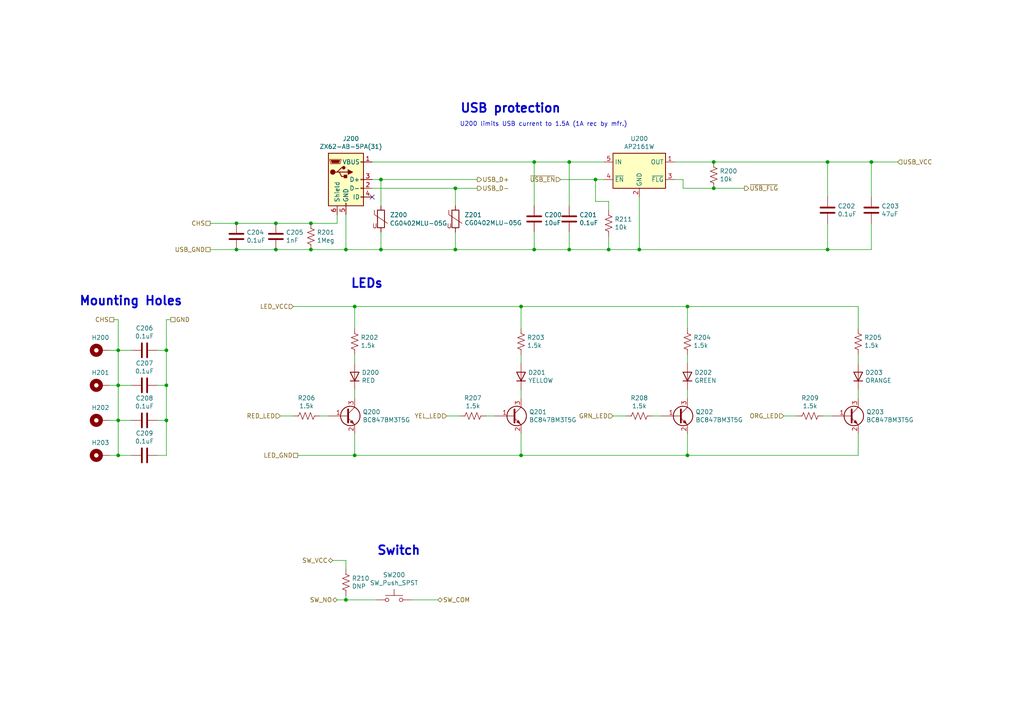
<source format=kicad_sch>
(kicad_sch (version 20211123) (generator eeschema)
  (paper "A4")
  (lib_symbols
    (symbol "mainboard-rescue:AP2161W-Power_Management-mainboard-rescue"
      (property "Reference" "U" (at -7.62 -6.35 0))
      (property "Value" "AP2161W-Power_Management-mainboard-rescue" (at -7.62 6.35 0))
      (symbol "AP2161W-Power_Management-mainboard-rescue_0_1"
        (rectangle (start -7.62 5.08) (end 7.62 -5.08) (stroke (width 0.254)) (fill (type background)))
      )
      (symbol "AP2161W-Power_Management-mainboard-rescue_1_1"
        (pin power_out line (at 10.16 2.54 180) (length 2.54) (name "OUT") (number "1"))
        (pin power_in line (at 0 -7.62 90) (length 2.54) (name "GND") (number "2"))
        (pin open_collector line (at 10.16 -2.54 180) (length 2.54) (name "~{FLG}") (number "3"))
        (pin input line (at -10.16 -2.54 0) (length 2.54) (name "~{EN}") (number "4"))
        (pin power_in line (at -10.16 2.54 0) (length 2.54) (name "IN") (number "5"))
      )
    )
    (symbol "mainboard-rescue:C-Device-mainboard-rescue" (pin_numbers hide) (pin_names (offset 0.254))
      (property "Reference" "C" (at 0.635 2.54 0))
      (property "Value" "C-Device-mainboard-rescue" (at 0.635 -2.54 0))
      (symbol "C-Device-mainboard-rescue_0_1"
        (polyline (pts (xy -2.032 -0.762) (xy 2.032 -0.762)) (stroke (width 0.508)))
        (polyline (pts (xy -2.032 0.762) (xy 2.032 0.762)) (stroke (width 0.508)))
      )
      (symbol "C-Device-mainboard-rescue_1_1"
        (pin passive line (at 0 3.81 270) (length 2.794) (name "~") (number "1"))
        (pin passive line (at 0 -3.81 90) (length 2.794) (name "~") (number "2"))
      )
    )
    (symbol "mainboard-rescue:D-Device-mainboard-rescue" (pin_numbers hide) (pin_names (offset 1.016) hide)
      (property "Reference" "D" (at 0 2.54 0))
      (property "Value" "D-Device-mainboard-rescue" (at 0 -2.54 0))
      (symbol "D-Device-mainboard-rescue_0_1"
        (polyline (pts (xy -1.27 1.27) (xy -1.27 -1.27)) (stroke (width 0.254)))
        (polyline (pts (xy 1.27 0) (xy -1.27 0)))
        (polyline (pts (xy 1.27 1.27) (xy 1.27 -1.27) (xy -1.27 0) (xy 1.27 1.27)) (stroke (width 0.254)))
      )
      (symbol "D-Device-mainboard-rescue_1_1"
        (pin passive line (at -3.81 0 0) (length 2.54) (name "K") (number "1"))
        (pin passive line (at 3.81 0 180) (length 2.54) (name "A") (number "2"))
      )
    )
    (symbol "mainboard-rescue:MountingHole_Pad-Mechanical-mainboard-rescue" (pin_numbers hide) (pin_names (offset 1.016) hide)
      (property "Reference" "H" (at 0 6.35 0))
      (property "Value" "MountingHole_Pad-Mechanical-mainboard-rescue" (at 0 4.445 0))
      (symbol "MountingHole_Pad-Mechanical-mainboard-rescue_0_1"
        (circle (center 0 1.27) (radius 1.27) (stroke (width 1.27)))
      )
      (symbol "MountingHole_Pad-Mechanical-mainboard-rescue_1_1"
        (pin input line (at 0 -2.54 90) (length 2.54) (name "1") (number "1"))
      )
    )
    (symbol "mainboard-rescue:Q_NPN_BEC-Device-mainboard-rescue" (pin_names (offset 0) hide)
      (property "Reference" "Q" (at 5.08 1.27 0))
      (property "Value" "Q_NPN_BEC-Device-mainboard-rescue" (at 5.08 -1.27 0))
      (symbol "Q_NPN_BEC-Device-mainboard-rescue_0_1"
        (polyline (pts (xy 0.635 0.635) (xy 2.54 2.54)))
        (polyline (pts (xy 0.635 -0.635) (xy 2.54 -2.54) (xy 2.54 -2.54)))
        (polyline (pts (xy 0.635 1.905) (xy 0.635 -1.905) (xy 0.635 -1.905)) (stroke (width 0.508)))
        (polyline (pts (xy 1.27 -1.778) (xy 1.778 -1.27) (xy 2.286 -2.286) (xy 1.27 -1.778) (xy 1.27 -1.778)) (fill (type outline)))
        (circle (center 1.27 0) (radius 2.8194) (stroke (width 0.254)))
      )
      (symbol "Q_NPN_BEC-Device-mainboard-rescue_1_1"
        (pin input line (at -5.08 0 0) (length 5.715) (name "B") (number "1"))
        (pin passive line (at 2.54 -5.08 90) (length 2.54) (name "E") (number "2"))
        (pin passive line (at 2.54 5.08 270) (length 2.54) (name "C") (number "3"))
      )
    )
    (symbol "mainboard-rescue:R_US-Device-mainboard-rescue" (pin_numbers hide) (pin_names (offset 0))
      (property "Reference" "R" (at 2.54 0 90))
      (property "Value" "R_US-Device-mainboard-rescue" (at -2.54 0 90))
      (symbol "R_US-Device-mainboard-rescue_0_1"
        (polyline (pts (xy 0 -2.286) (xy 0 -2.54)))
        (polyline (pts (xy 0 2.286) (xy 0 2.54)))
        (polyline (pts (xy 0 -0.762) (xy 1.016 -1.143) (xy 0 -1.524) (xy -1.016 -1.905) (xy 0 -2.286)))
        (polyline (pts (xy 0 0.762) (xy 1.016 0.381) (xy 0 0) (xy -1.016 -0.381) (xy 0 -0.762)))
        (polyline (pts (xy 0 2.286) (xy 1.016 1.905) (xy 0 1.524) (xy -1.016 1.143) (xy 0 0.762)))
      )
      (symbol "R_US-Device-mainboard-rescue_1_1"
        (pin passive line (at 0 3.81 270) (length 1.27) (name "~") (number "1"))
        (pin passive line (at 0 -3.81 90) (length 1.27) (name "~") (number "2"))
      )
    )
    (symbol "mainboard-rescue:SW_Push-Switch-mainboard-rescue" (pin_numbers hide) (pin_names (offset 1.016) hide)
      (property "Reference" "SW" (at 1.27 2.54 0))
      (property "Value" "SW_Push-Switch-mainboard-rescue" (at 0 -1.524 0))
      (symbol "SW_Push-Switch-mainboard-rescue_0_1"
        (circle (center -2.032 0) (radius 0.508))
        (polyline (pts (xy 0 1.27) (xy 0 3.048)))
        (polyline (pts (xy 2.54 1.27) (xy -2.54 1.27)))
        (circle (center 2.032 0) (radius 0.508))
        (pin passive line (at -5.08 0 0) (length 2.54) (name "1") (number "1"))
        (pin passive line (at 5.08 0 180) (length 2.54) (name "2") (number "2"))
      )
    )
    (symbol "mainboard-rescue:USB_B_Micro-Connector-mainboard-rescue" (pin_names (offset 1.016))
      (property "Reference" "J" (at -5.08 11.43 0))
      (property "Value" "USB_B_Micro-Connector-mainboard-rescue" (at -5.08 8.89 0))
      (symbol "USB_B_Micro-Connector-mainboard-rescue_0_1"
        (rectangle (start -5.08 -7.62) (end 5.08 7.62) (stroke (width 0.254)) (fill (type background)))
        (circle (center -3.81 2.159) (radius 0.635) (stroke (width 0.254)) (fill (type outline)))
        (circle (center -0.635 3.429) (radius 0.381) (stroke (width 0.254)) (fill (type outline)))
        (rectangle (start -0.127 -7.62) (end 0.127 -6.858))
        (polyline (pts (xy -1.905 2.159) (xy 0.635 2.159)) (stroke (width 0.254)))
        (polyline (pts (xy -3.175 2.159) (xy -2.54 2.159) (xy -1.27 3.429) (xy -0.635 3.429)) (stroke (width 0.254)))
        (polyline (pts (xy -2.54 2.159) (xy -1.905 2.159) (xy -1.27 0.889) (xy 0 0.889)) (stroke (width 0.254)))
        (polyline (pts (xy 0.635 2.794) (xy 0.635 1.524) (xy 1.905 2.159) (xy 0.635 2.794)) (stroke (width 0.254)) (fill (type outline)))
        (polyline (pts (xy -4.318 5.588) (xy -1.778 5.588) (xy -2.032 4.826) (xy -4.064 4.826) (xy -4.318 5.588)) (fill (type outline)))
        (polyline (pts (xy -4.699 5.842) (xy -4.699 5.588) (xy -4.445 4.826) (xy -4.445 4.572) (xy -1.651 4.572) (xy -1.651 4.826) (xy -1.397 5.588) (xy -1.397 5.842) (xy -4.699 5.842)))
        (rectangle (start 0.254 1.27) (end -0.508 0.508) (stroke (width 0.254)) (fill (type outline)))
        (rectangle (start 5.08 -5.207) (end 4.318 -4.953))
        (rectangle (start 5.08 -2.667) (end 4.318 -2.413))
        (rectangle (start 5.08 -0.127) (end 4.318 0.127))
        (rectangle (start 5.08 4.953) (end 4.318 5.207))
      )
      (symbol "USB_B_Micro-Connector-mainboard-rescue_1_1"
        (pin power_out line (at 7.62 5.08 180) (length 2.54) (name "VBUS") (number "1"))
        (pin bidirectional line (at 7.62 -2.54 180) (length 2.54) (name "D-") (number "2"))
        (pin bidirectional line (at 7.62 0 180) (length 2.54) (name "D+") (number "3"))
        (pin passive line (at 7.62 -5.08 180) (length 2.54) (name "ID") (number "4"))
        (pin power_out line (at 0 -10.16 90) (length 2.54) (name "GND") (number "5"))
        (pin passive line (at -2.54 -10.16 90) (length 2.54) (name "Shield") (number "6"))
      )
    )
    (symbol "mainboard-rescue:Varistor-Device-mainboard-rescue" (pin_numbers hide) (pin_names (offset 0))
      (property "Reference" "RV" (at 3.175 0 90))
      (property "Value" "Varistor-Device-mainboard-rescue" (at -3.175 0 90))
      (symbol "Varistor-Device-mainboard-rescue_0_0"
        (text "U" (at -1.778 -2.032 0) (effects (font (size 1.27 1.27))))
      )
      (symbol "Varistor-Device-mainboard-rescue_0_1"
        (rectangle (start -1.016 -2.54) (end 1.016 2.54) (stroke (width 0.254)))
        (polyline (pts (xy -1.905 2.54) (xy -1.905 1.27) (xy 1.905 -1.27)))
      )
      (symbol "Varistor-Device-mainboard-rescue_1_1"
        (pin passive line (at 0 3.81 270) (length 1.27) (name "~") (number "1"))
        (pin passive line (at 0 -3.81 90) (length 1.27) (name "~") (number "2"))
      )
    )
  )
  (junction (at 102.87 88.9))
  (junction (at 34.29 132.08))
  (junction (at 110.49 52.07))
  (junction (at 34.29 121.92))
  (junction (at 90.17 64.77))
  (junction (at 154.94 46.99))
  (junction (at 207.01 54.61))
  (junction (at 48.26 121.92))
  (junction (at 176.53 72.39))
  (junction (at 132.08 72.39))
  (junction (at 68.58 72.39))
  (junction (at 151.13 132.08))
  (junction (at 240.03 72.39))
  (junction (at 199.39 88.9))
  (junction (at 68.58 64.77))
  (junction (at 34.29 101.6))
  (junction (at 34.29 111.76))
  (junction (at 252.73 46.99))
  (junction (at 172.72 52.07))
  (junction (at 165.1 72.39))
  (junction (at 80.01 64.77))
  (junction (at 207.01 46.99))
  (junction (at 110.49 72.39))
  (junction (at 48.26 111.76))
  (junction (at 154.94 72.39))
  (junction (at 48.26 101.6))
  (junction (at 100.33 173.99))
  (junction (at 165.1 46.99))
  (junction (at 80.01 72.39))
  (junction (at 100.33 72.39))
  (junction (at 90.17 72.39))
  (junction (at 185.42 72.39))
  (junction (at 151.13 88.9))
  (junction (at 199.39 132.08))
  (junction (at 132.08 54.61))
  (junction (at 102.87 132.08))
  (junction (at 240.03 46.99))
  (no_connect (at 107.95 57.15))
  (wire (pts (xy 162.56 52.07) (xy 172.72 52.07)))
  (wire (pts (xy 102.87 113.03) (xy 102.87 115.57)))
  (wire (pts (xy 133.35 120.65) (xy 129.54 120.65)))
  (wire (pts (xy 48.26 92.71) (xy 49.53 92.71)))
  (wire (pts (xy 34.29 101.6) (xy 31.75 101.6)))
  (wire (pts (xy 68.58 72.39) (xy 60.96 72.39)))
  (wire (pts (xy 176.53 68.58) (xy 176.53 72.39)))
  (wire (pts (xy 151.13 88.9) (xy 199.39 88.9)))
  (wire (pts (xy 127 173.99) (xy 119.38 173.99)))
  (wire (pts (xy 199.39 132.08) (xy 199.39 125.73)))
  (wire (pts (xy 45.72 121.92) (xy 48.26 121.92)))
  (wire (pts (xy 100.33 72.39) (xy 90.17 72.39)))
  (wire (pts (xy 151.13 102.87) (xy 151.13 105.41)))
  (wire (pts (xy 165.1 67.31) (xy 165.1 72.39)))
  (wire (pts (xy 107.95 52.07) (xy 110.49 52.07)))
  (wire (pts (xy 154.94 46.99) (xy 165.1 46.99)))
  (wire (pts (xy 31.75 111.76) (xy 34.29 111.76)))
  (wire (pts (xy 80.01 72.39) (xy 68.58 72.39)))
  (wire (pts (xy 207.01 46.99) (xy 195.58 46.99)))
  (wire (pts (xy 31.75 121.92) (xy 34.29 121.92)))
  (wire (pts (xy 240.03 46.99) (xy 240.03 57.15)))
  (wire (pts (xy 185.42 72.39) (xy 240.03 72.39)))
  (wire (pts (xy 132.08 72.39) (xy 132.08 67.31)))
  (wire (pts (xy 110.49 67.31) (xy 110.49 72.39)))
  (wire (pts (xy 252.73 46.99) (xy 260.35 46.99)))
  (wire (pts (xy 151.13 132.08) (xy 199.39 132.08)))
  (wire (pts (xy 45.72 111.76) (xy 48.26 111.76)))
  (wire (pts (xy 207.01 54.61) (xy 198.12 54.61)))
  (wire (pts (xy 176.53 58.42) (xy 172.72 58.42)))
  (wire (pts (xy 231.14 120.65) (xy 227.33 120.65)))
  (wire (pts (xy 176.53 60.96) (xy 176.53 58.42)))
  (wire (pts (xy 34.29 101.6) (xy 34.29 111.76)))
  (wire (pts (xy 199.39 113.03) (xy 199.39 115.57)))
  (wire (pts (xy 176.53 72.39) (xy 185.42 72.39)))
  (wire (pts (xy 48.26 132.08) (xy 45.72 132.08)))
  (wire (pts (xy 102.87 132.08) (xy 151.13 132.08)))
  (wire (pts (xy 102.87 132.08) (xy 102.87 125.73)))
  (wire (pts (xy 132.08 54.61) (xy 132.08 59.69)))
  (wire (pts (xy 198.12 54.61) (xy 198.12 52.07)))
  (wire (pts (xy 110.49 72.39) (xy 132.08 72.39)))
  (wire (pts (xy 100.33 173.99) (xy 109.22 173.99)))
  (wire (pts (xy 199.39 88.9) (xy 248.92 88.9)))
  (wire (pts (xy 248.92 132.08) (xy 248.92 125.73)))
  (wire (pts (xy 97.79 64.77) (xy 90.17 64.77)))
  (wire (pts (xy 154.94 59.69) (xy 154.94 46.99)))
  (wire (pts (xy 34.29 111.76) (xy 38.1 111.76)))
  (wire (pts (xy 207.01 46.99) (xy 240.03 46.99)))
  (wire (pts (xy 185.42 57.15) (xy 185.42 72.39)))
  (wire (pts (xy 38.1 101.6) (xy 34.29 101.6)))
  (wire (pts (xy 154.94 72.39) (xy 165.1 72.39)))
  (wire (pts (xy 33.02 92.71) (xy 34.29 92.71)))
  (wire (pts (xy 143.51 120.65) (xy 140.97 120.65)))
  (wire (pts (xy 132.08 54.61) (xy 138.43 54.61)))
  (wire (pts (xy 199.39 102.87) (xy 199.39 105.41)))
  (wire (pts (xy 154.94 67.31) (xy 154.94 72.39)))
  (wire (pts (xy 68.58 64.77) (xy 60.96 64.77)))
  (wire (pts (xy 48.26 101.6) (xy 48.26 111.76)))
  (wire (pts (xy 45.72 101.6) (xy 48.26 101.6)))
  (wire (pts (xy 252.73 46.99) (xy 252.73 57.15)))
  (wire (pts (xy 199.39 132.08) (xy 248.92 132.08)))
  (wire (pts (xy 100.33 172.72) (xy 100.33 173.99)))
  (wire (pts (xy 198.12 52.07) (xy 195.58 52.07)))
  (wire (pts (xy 241.3 120.65) (xy 238.76 120.65)))
  (wire (pts (xy 248.92 102.87) (xy 248.92 105.41)))
  (wire (pts (xy 80.01 64.77) (xy 90.17 64.77)))
  (wire (pts (xy 248.92 88.9) (xy 248.92 95.25)))
  (wire (pts (xy 100.33 162.56) (xy 100.33 165.1)))
  (wire (pts (xy 96.52 162.56) (xy 100.33 162.56)))
  (wire (pts (xy 34.29 92.71) (xy 34.29 101.6)))
  (wire (pts (xy 181.61 120.65) (xy 177.8 120.65)))
  (wire (pts (xy 248.92 113.03) (xy 248.92 115.57)))
  (wire (pts (xy 102.87 102.87) (xy 102.87 105.41)))
  (wire (pts (xy 107.95 46.99) (xy 154.94 46.99)))
  (wire (pts (xy 151.13 132.08) (xy 151.13 125.73)))
  (wire (pts (xy 165.1 72.39) (xy 176.53 72.39)))
  (wire (pts (xy 199.39 88.9) (xy 199.39 95.25)))
  (wire (pts (xy 48.26 111.76) (xy 48.26 121.92)))
  (wire (pts (xy 110.49 52.07) (xy 138.43 52.07)))
  (wire (pts (xy 110.49 52.07) (xy 110.49 59.69)))
  (wire (pts (xy 102.87 88.9) (xy 102.87 95.25)))
  (wire (pts (xy 34.29 111.76) (xy 34.29 121.92)))
  (wire (pts (xy 165.1 46.99) (xy 175.26 46.99)))
  (wire (pts (xy 97.79 62.23) (xy 97.79 64.77)))
  (wire (pts (xy 38.1 121.92) (xy 34.29 121.92)))
  (wire (pts (xy 102.87 88.9) (xy 151.13 88.9)))
  (wire (pts (xy 85.09 120.65) (xy 81.28 120.65)))
  (wire (pts (xy 132.08 72.39) (xy 154.94 72.39)))
  (wire (pts (xy 151.13 88.9) (xy 151.13 95.25)))
  (wire (pts (xy 34.29 121.92) (xy 34.29 132.08)))
  (wire (pts (xy 107.95 54.61) (xy 132.08 54.61)))
  (wire (pts (xy 172.72 52.07) (xy 175.26 52.07)))
  (wire (pts (xy 191.77 120.65) (xy 189.23 120.65)))
  (wire (pts (xy 97.79 173.99) (xy 100.33 173.99)))
  (wire (pts (xy 80.01 64.77) (xy 68.58 64.77)))
  (wire (pts (xy 252.73 72.39) (xy 252.73 64.77)))
  (wire (pts (xy 240.03 64.77) (xy 240.03 72.39)))
  (wire (pts (xy 95.25 120.65) (xy 92.71 120.65)))
  (wire (pts (xy 86.36 132.08) (xy 102.87 132.08)))
  (wire (pts (xy 34.29 132.08) (xy 31.75 132.08)))
  (wire (pts (xy 34.29 132.08) (xy 38.1 132.08)))
  (wire (pts (xy 48.26 121.92) (xy 48.26 132.08)))
  (wire (pts (xy 48.26 101.6) (xy 48.26 92.71)))
  (wire (pts (xy 240.03 46.99) (xy 252.73 46.99)))
  (wire (pts (xy 80.01 72.39) (xy 90.17 72.39)))
  (wire (pts (xy 172.72 58.42) (xy 172.72 52.07)))
  (wire (pts (xy 110.49 72.39) (xy 100.33 72.39)))
  (wire (pts (xy 85.09 88.9) (xy 102.87 88.9)))
  (wire (pts (xy 100.33 62.23) (xy 100.33 72.39)))
  (wire (pts (xy 215.9 54.61) (xy 207.01 54.61)))
  (wire (pts (xy 240.03 72.39) (xy 252.73 72.39)))
  (wire (pts (xy 151.13 113.03) (xy 151.13 115.57)))
  (wire (pts (xy 165.1 46.99) (xy 165.1 59.69)))
  (text "do we even need power thru usb?\nusb data transmission only needs a common ground" (at 12.7 -7.62 0) (effects (font (size 2.54 2.54) (thickness 0.508) bold italic) (justify left bottom)))
  (text "LEDs" (at 101.6 83.82 0) (effects (font (size 2.54 2.54) (thickness 0.508) bold) (justify left bottom)))
  (text "Switch" (at 109.22 161.29 0) (effects (font (size 2.54 2.54) (thickness 0.508) bold) (justify left bottom)))
  (text "Mounting Holes" (at 22.86 88.9 0) (effects (font (size 2.54 2.54) (thickness 0.508) bold) (justify left bottom)))
  (text "U200 limits USB current to 1.5A (1A rec by mfr.)" (at 133.35 36.83 0) (effects (font (size 1.27 1.27)) (justify left bottom)))
  (text "USB protection" (at 133.35 33.02 0) (effects (font (size 2.54 2.54) (thickness 0.508) bold) (justify left bottom)))
  (hierarchical_label "ORG_LED" (shape input) (at 227.33 120.65 180))
  (hierarchical_label "CHS" (shape passive) (at 33.02 92.71 180))
  (hierarchical_label "SW_COM" (shape bidirectional) (at 127 173.99 0))
  (hierarchical_label "RED_LED" (shape input) (at 81.28 120.65 180))
  (hierarchical_label "LED_VCC" (shape input) (at 85.09 88.9 180))
  (hierarchical_label "CHS" (shape passive) (at 60.96 64.77 180))
  (hierarchical_label "GRN_LED" (shape input) (at 177.8 120.65 180))
  (hierarchical_label "USB_VCC" (shape input) (at 260.35 46.99 0))
  (hierarchical_label "~{USB_EN}" (shape input) (at 162.56 52.07 180))
  (hierarchical_label "~{USB_FLG}" (shape output) (at 215.9 54.61 0))
  (hierarchical_label "USB_D-" (shape output) (at 138.43 54.61 0))
  (hierarchical_label "USB_D+" (shape output) (at 138.43 52.07 0))
  (hierarchical_label "USB_GND" (shape passive) (at 60.96 72.39 180))
  (hierarchical_label "SW_VCC" (shape bidirectional) (at 96.52 162.56 180))
  (hierarchical_label "SW_NO" (shape bidirectional) (at 97.79 173.99 180))
  (hierarchical_label "YEL_LED" (shape input) (at 129.54 120.65 180))
  (hierarchical_label "GND" (shape passive) (at 49.53 92.71 0))
  (hierarchical_label "LED_GND" (shape passive) (at 86.36 132.08 180))
  (symbol (lib_id "mainboard-rescue:R_US-Device-mainboard-rescue") (at 176.53 64.77 0)
    (property "Reference" "R211" (at 178.2572 63.6016 0) (effects (justify left)))
    (property "Value" "10k" (at 178.2572 65.913 0) (effects (justify left)))
    (property "Footprint" "Resistor_SMD:R_0402_1005Metric" (effects hide))
  )
  (symbol (lib_id "mainboard-rescue:USB_B_Micro-Connector-mainboard-rescue") (at 100.33 52.07 0)
    (property "Reference" "J200" (at 101.7778 40.2082 0))
    (property "Value" "ZX62-AB-5PA(31)" (at 101.7778 42.5196 0))
    (property "Footprint" "SLI-Backplane-Blank-Card-KiCad:ZX62-AB-5PA(31)" (effects hide))
  )
  (symbol (lib_id "mainboard-rescue:R_US-Device-mainboard-rescue") (at 90.17 68.58 0)
    (property "Reference" "R201" (at 91.8972 67.4116 0) (effects (justify left)))
    (property "Value" "1Meg" (at 91.8972 69.723 0) (effects (justify left)))
    (property "Footprint" "Resistor_SMD:R_0402_1005Metric" (effects hide))
  )
  (symbol (lib_id "mainboard-rescue:C-Device-mainboard-rescue") (at 80.01 68.58 0)
    (property "Reference" "C205" (at 82.931 67.4116 0) (effects (justify left)))
    (property "Value" "1nF" (at 82.931 69.723 0) (effects (justify left)))
    (property "Footprint" "Capacitor_SMD:C_0402_1005Metric" (effects hide))
  )
  (symbol (lib_id "mainboard-rescue:C-Device-mainboard-rescue") (at 68.58 68.58 0)
    (property "Reference" "C204" (at 71.501 67.4116 0) (effects (justify left)))
    (property "Value" "0.1uF" (at 71.501 69.723 0) (effects (justify left)))
    (property "Footprint" "Capacitor_SMD:C_0402_1005Metric" (effects hide))
  )
  (symbol (lib_id "mainboard-rescue:Varistor-Device-mainboard-rescue") (at 110.49 63.5 0)
    (property "Reference" "Z200" (at 113.1062 62.3316 0) (effects (justify left)))
    (property "Value" "CG0402MLU-05G" (at 113.03 64.77 0) (effects (justify left)))
    (property "Footprint" "Capacitor_SMD:C_0402_1005Metric" (effects hide))
  )
  (symbol (lib_id "mainboard-rescue:Varistor-Device-mainboard-rescue") (at 132.08 63.5 0)
    (property "Reference" "Z201" (at 134.6962 62.3316 0) (effects (justify left)))
    (property "Value" "CG0402MLU-05G" (at 134.6962 64.643 0) (effects (justify left)))
    (property "Footprint" "Capacitor_SMD:C_0402_1005Metric" (effects hide))
    (property "Datasheet" "CG0402MLU-05G" (effects hide))
  )
  (symbol (lib_id "mainboard-rescue:AP2161W-Power_Management-mainboard-rescue") (at 185.42 49.53 0)
    (property "Reference" "U200" (at 185.42 40.2082 0))
    (property "Value" "AP2161W" (at 185.42 42.5196 0))
    (property "Footprint" "Package_TO_SOT_SMD:SOT-23-5" (effects hide))
    (property "Datasheet" "https://www.diodes.com/assets/Datasheets/AP2161.pdf" (effects hide))
  )
  (symbol (lib_id "mainboard-rescue:R_US-Device-mainboard-rescue") (at 207.01 50.8 0)
    (property "Reference" "R200" (at 208.7372 49.6316 0) (effects (justify left)))
    (property "Value" "10k" (at 208.7372 51.943 0) (effects (justify left)))
    (property "Footprint" "Resistor_SMD:R_0402_1005Metric" (effects hide))
  )
  (symbol (lib_id "mainboard-rescue:C-Device-mainboard-rescue") (at 240.03 60.96 0)
    (property "Reference" "C202" (at 242.951 59.7916 0) (effects (justify left)))
    (property "Value" "0.1uF" (at 242.951 62.103 0) (effects (justify left)))
    (property "Footprint" "Capacitor_SMD:C_0402_1005Metric" (effects hide))
  )
  (symbol (lib_id "mainboard-rescue:R_US-Device-mainboard-rescue") (at 102.87 99.06 0)
    (property "Reference" "R202" (at 104.5972 97.8916 0) (effects (justify left)))
    (property "Value" "1.5k" (at 104.5972 100.203 0) (effects (justify left)))
    (property "Footprint" "Resistor_SMD:R_0402_1005Metric" (effects hide))
  )
  (symbol (lib_id "mainboard-rescue:D-Device-mainboard-rescue") (at 102.87 109.22 90)
    (property "Reference" "D200" (at 104.902 108.0516 90) (effects (justify right)))
    (property "Value" "RED" (at 104.902 110.363 90) (effects (justify right)))
    (property "Footprint" "SLI-Blank-Card:APA2107x" (effects hide))
    (property "Datasheet" "APA2107LSECK/J3-PRV" (effects hide))
  )
  (symbol (lib_id "mainboard-rescue:Q_NPN_BEC-Device-mainboard-rescue") (at 100.33 120.65 0)
    (property "Reference" "Q200" (at 105.1814 119.4816 0) (effects (justify left)))
    (property "Value" "BC847BM3T5G" (at 105.1814 121.793 0) (effects (justify left)))
    (property "Footprint" "Package_TO_SOT_SMD:SOT-723" (effects hide))
  )
  (symbol (lib_id "mainboard-rescue:R_US-Device-mainboard-rescue") (at 88.9 120.65 270)
    (property "Reference" "R206" (at 88.9 115.443 90))
    (property "Value" "1.5k" (at 88.9 117.7544 90))
    (property "Footprint" "Resistor_SMD:R_0402_1005Metric" (effects hide))
  )
  (symbol (lib_id "mainboard-rescue:R_US-Device-mainboard-rescue") (at 151.13 99.06 0)
    (property "Reference" "R203" (at 152.8572 97.8916 0) (effects (justify left)))
    (property "Value" "1.5k" (at 152.8572 100.203 0) (effects (justify left)))
    (property "Footprint" "Resistor_SMD:R_0402_1005Metric" (effects hide))
  )
  (symbol (lib_id "mainboard-rescue:D-Device-mainboard-rescue") (at 151.13 109.22 90)
    (property "Reference" "D201" (at 153.162 108.0516 90) (effects (justify right)))
    (property "Value" "YELLOW" (at 153.162 110.363 90) (effects (justify right)))
    (property "Footprint" "SLI-Blank-Card:APA2107x" (effects hide))
    (property "Datasheet" "APA2107SYCK/J3-PRV" (effects hide))
  )
  (symbol (lib_id "mainboard-rescue:R_US-Device-mainboard-rescue") (at 137.16 120.65 270)
    (property "Reference" "R207" (at 137.16 115.443 90))
    (property "Value" "1.5k" (at 137.16 117.7544 90))
    (property "Footprint" "Resistor_SMD:R_0402_1005Metric" (effects hide))
  )
  (symbol (lib_id "mainboard-rescue:R_US-Device-mainboard-rescue") (at 199.39 99.06 0)
    (property "Reference" "R204" (at 201.1172 97.8916 0) (effects (justify left)))
    (property "Value" "1.5k" (at 201.1172 100.203 0) (effects (justify left)))
    (property "Footprint" "Resistor_SMD:R_0402_1005Metric" (effects hide))
  )
  (symbol (lib_id "mainboard-rescue:D-Device-mainboard-rescue") (at 199.39 109.22 90)
    (property "Reference" "D202" (at 201.422 108.0516 90) (effects (justify right)))
    (property "Value" "GREEN" (at 201.422 110.363 90) (effects (justify right)))
    (property "Footprint" "SLI-Blank-Card:APA2107x" (effects hide))
    (property "Datasheet" "APA2107CGCK" (effects hide))
  )
  (symbol (lib_id "mainboard-rescue:R_US-Device-mainboard-rescue") (at 185.42 120.65 270)
    (property "Reference" "R208" (at 185.42 115.443 90))
    (property "Value" "1.5k" (at 185.42 117.7544 90))
    (property "Footprint" "Resistor_SMD:R_0402_1005Metric" (effects hide))
  )
  (symbol (lib_id "mainboard-rescue:R_US-Device-mainboard-rescue") (at 248.92 99.06 0)
    (property "Reference" "R205" (at 250.6472 97.8916 0) (effects (justify left)))
    (property "Value" "1.5k" (at 250.6472 100.203 0) (effects (justify left)))
    (property "Footprint" "Resistor_SMD:R_0402_1005Metric" (effects hide))
  )
  (symbol (lib_id "mainboard-rescue:D-Device-mainboard-rescue") (at 248.92 109.22 90)
    (property "Reference" "D203" (at 250.952 108.0516 90) (effects (justify right)))
    (property "Value" "ORANGE" (at 250.952 110.363 90) (effects (justify right)))
    (property "Footprint" "SLI-Blank-Card:APA2107x" (effects hide))
    (property "Datasheet" "APA2107SECK/J4-PRV" (effects hide))
  )
  (symbol (lib_id "mainboard-rescue:R_US-Device-mainboard-rescue") (at 234.95 120.65 270)
    (property "Reference" "R209" (at 234.95 115.443 90))
    (property "Value" "1.5k" (at 234.95 117.7544 90))
    (property "Footprint" "Resistor_SMD:R_0402_1005Metric" (effects hide))
  )
  (symbol (lib_id "mainboard-rescue:Q_NPN_BEC-Device-mainboard-rescue") (at 148.59 120.65 0)
    (property "Reference" "Q201" (at 153.4414 119.4816 0) (effects (justify left)))
    (property "Value" "BC847BM3T5G" (at 153.4414 121.793 0) (effects (justify left)))
    (property "Footprint" "Package_TO_SOT_SMD:SOT-723" (effects hide))
  )
  (symbol (lib_id "mainboard-rescue:Q_NPN_BEC-Device-mainboard-rescue") (at 196.85 120.65 0)
    (property "Reference" "Q202" (at 201.7014 119.4816 0) (effects (justify left)))
    (property "Value" "BC847BM3T5G" (at 201.7014 121.793 0) (effects (justify left)))
    (property "Footprint" "Package_TO_SOT_SMD:SOT-723" (effects hide))
  )
  (symbol (lib_id "mainboard-rescue:Q_NPN_BEC-Device-mainboard-rescue") (at 246.38 120.65 0)
    (property "Reference" "Q203" (at 251.2314 119.4816 0) (effects (justify left)))
    (property "Value" "BC847BM3T5G" (at 251.2314 121.793 0) (effects (justify left)))
    (property "Footprint" "Package_TO_SOT_SMD:SOT-723" (effects hide))
  )
  (symbol (lib_id "mainboard-rescue:MountingHole_Pad-Mechanical-mainboard-rescue") (at 29.21 101.6 90)
    (property "Reference" "H200" (at 29.1338 97.917 90))
    (property "Value" "MountingHole_Pad" (effects hide))
    (property "Footprint" "SLI-Backplane-Blank-Card-KiCad:125mil_hole" (effects hide))
  )
  (symbol (lib_id "mainboard-rescue:MountingHole_Pad-Mechanical-mainboard-rescue") (at 29.21 111.76 90)
    (property "Reference" "H201" (at 29.1338 108.077 90))
    (property "Value" "SLI-Backplane-Blank-Card-KiCad:125mil_hole" (effects hide))
    (property "Footprint" "SLI-Backplane-Blank-Card-KiCad:125mil_hole" (effects hide))
  )
  (symbol (lib_id "mainboard-rescue:MountingHole_Pad-Mechanical-mainboard-rescue") (at 29.21 121.92 90)
    (property "Reference" "H202" (at 29.1338 118.237 90))
    (property "Value" "SLI-Backplane-Blank-Card-KiCad:125mil_hole" (effects hide))
    (property "Footprint" "SLI-Backplane-Blank-Card-KiCad:125mil_hole" (effects hide))
  )
  (symbol (lib_id "mainboard-rescue:MountingHole_Pad-Mechanical-mainboard-rescue") (at 29.21 132.08 90)
    (property "Reference" "H203" (at 29.1338 128.397 90))
    (property "Value" "SLI-Backplane-Blank-Card-KiCad:125mil_hole" (effects hide))
    (property "Footprint" "SLI-Backplane-Blank-Card-KiCad:125mil_hole" (effects hide))
  )
  (symbol (lib_id "mainboard-rescue:C-Device-mainboard-rescue") (at 252.73 60.96 0)
    (property "Reference" "C203" (at 255.651 59.7916 0) (effects (justify left)))
    (property "Value" "47uF" (at 255.651 62.103 0) (effects (justify left)))
    (property "Footprint" "Capacitor_SMD:C_1206_3216Metric" (effects hide))
    (property "Datasheet" "GRT31CR61A476KE13L" (effects hide))
  )
  (symbol (lib_id "mainboard-rescue:R_US-Device-mainboard-rescue") (at 100.33 168.91 0)
    (property "Reference" "R210" (at 102.0572 167.7416 0) (effects (justify left)))
    (property "Value" "DNP" (at 102.0572 170.053 0) (effects (justify left)))
    (property "Footprint" "Resistor_SMD:R_0402_1005Metric" (effects hide))
  )
  (symbol (lib_id "mainboard-rescue:C-Device-mainboard-rescue") (at 41.91 101.6 270)
    (property "Reference" "C206" (at 41.91 95.1992 90))
    (property "Value" "0.1uF" (at 41.91 97.5106 90))
    (property "Footprint" "Capacitor_SMD:C_0402_1005Metric" (effects hide))
  )
  (symbol (lib_id "mainboard-rescue:C-Device-mainboard-rescue") (at 41.91 111.76 270)
    (property "Reference" "C207" (at 41.91 105.3592 90))
    (property "Value" "0.1uF" (at 41.91 107.6706 90))
    (property "Footprint" "Capacitor_SMD:C_0402_1005Metric" (effects hide))
  )
  (symbol (lib_id "mainboard-rescue:C-Device-mainboard-rescue") (at 41.91 121.92 270)
    (property "Reference" "C208" (at 41.91 115.5192 90))
    (property "Value" "0.1uF" (at 41.91 117.8306 90))
    (property "Footprint" "Capacitor_SMD:C_0402_1005Metric" (effects hide))
  )
  (symbol (lib_id "mainboard-rescue:C-Device-mainboard-rescue") (at 41.91 132.08 270)
    (property "Reference" "C209" (at 41.91 125.6792 90))
    (property "Value" "0.1uF" (at 41.91 127.9906 90))
    (property "Footprint" "Capacitor_SMD:C_0402_1005Metric" (effects hide))
  )
  (symbol (lib_id "mainboard-rescue:C-Device-mainboard-rescue") (at 154.94 63.5 0)
    (property "Reference" "C200" (at 157.861 62.3316 0) (effects (justify left)))
    (property "Value" "10uF" (at 157.861 64.643 0) (effects (justify left)))
    (property "Footprint" "Capacitor_SMD:C_0805_2012Metric" (effects hide))
  )
  (symbol (lib_id "mainboard-rescue:C-Device-mainboard-rescue") (at 165.1 63.5 0)
    (property "Reference" "C201" (at 168.021 62.3316 0) (effects (justify left)))
    (property "Value" "0.1uF" (at 168.021 64.643 0) (effects (justify left)))
    (property "Footprint" "Capacitor_SMD:C_0402_1005Metric" (effects hide))
  )
  (symbol (lib_id "mainboard-rescue:SW_Push-Switch-mainboard-rescue") (at 114.3 173.99 0)
    (property "Reference" "SW200" (at 114.3 166.751 0))
    (property "Value" "SW_Push_SPST" (at 114.3 169.0624 0))
    (property "Footprint" "SLI-Blank-Card:EVQP7C01P" (effects hide))
    (property "Datasheet" "EVQP7C01P" (effects hide))
  )
)
</source>
